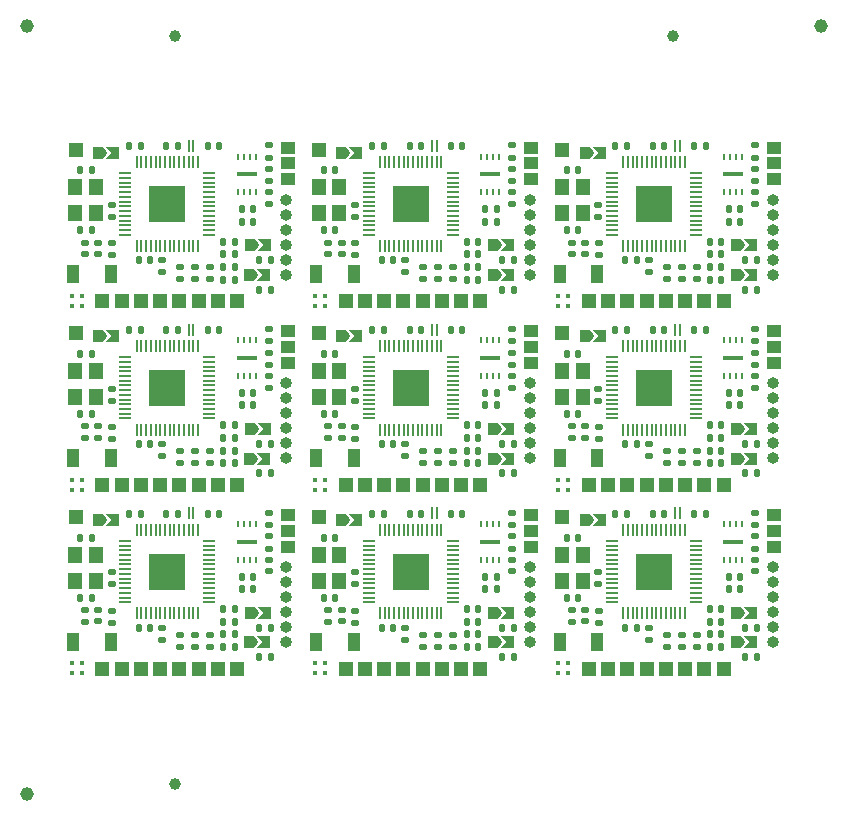
<source format=gts>
G04 #@! TF.GenerationSoftware,KiCad,Pcbnew,7.0.2-6a45011f42~172~ubuntu22.04.1*
G04 #@! TF.CreationDate,2023-07-04T14:06:36+08:00*
G04 #@! TF.ProjectId,panel_3_3,70616e65-6c5f-4335-9f33-2e6b69636164,rev?*
G04 #@! TF.SameCoordinates,Original*
G04 #@! TF.FileFunction,Soldermask,Top*
G04 #@! TF.FilePolarity,Negative*
%FSLAX46Y46*%
G04 Gerber Fmt 4.6, Leading zero omitted, Abs format (unit mm)*
G04 Created by KiCad (PCBNEW 7.0.2-6a45011f42~172~ubuntu22.04.1) date 2023-07-04 14:06:36*
%MOMM*%
%LPD*%
G01*
G04 APERTURE LIST*
G04 Aperture macros list*
%AMRoundRect*
0 Rectangle with rounded corners*
0 $1 Rounding radius*
0 $2 $3 $4 $5 $6 $7 $8 $9 X,Y pos of 4 corners*
0 Add a 4 corners polygon primitive as box body*
4,1,4,$2,$3,$4,$5,$6,$7,$8,$9,$2,$3,0*
0 Add four circle primitives for the rounded corners*
1,1,$1+$1,$2,$3*
1,1,$1+$1,$4,$5*
1,1,$1+$1,$6,$7*
1,1,$1+$1,$8,$9*
0 Add four rect primitives between the rounded corners*
20,1,$1+$1,$2,$3,$4,$5,0*
20,1,$1+$1,$4,$5,$6,$7,0*
20,1,$1+$1,$6,$7,$8,$9,0*
20,1,$1+$1,$8,$9,$2,$3,0*%
%AMFreePoly0*
4,1,6,1.000000,0.000000,0.500000,-0.550000,-0.250000,-0.550000,-0.250000,0.550000,0.500000,0.550000,1.000000,0.000000,1.000000,0.000000,$1*%
%AMFreePoly1*
4,1,6,0.500000,-0.550000,-0.650000,-0.550000,-0.150000,0.000000,-0.650000,0.550000,0.500000,0.550000,0.500000,-0.550000,0.500000,-0.550000,$1*%
G04 Aperture macros list end*
%ADD10R,1.200000X1.200000*%
%ADD11R,0.200000X1.100000*%
%ADD12R,1.100000X0.200000*%
%ADD13R,3.100000X3.100000*%
%ADD14RoundRect,0.135000X-0.185000X0.135000X-0.185000X-0.135000X0.185000X-0.135000X0.185000X0.135000X0*%
%ADD15R,1.000000X1.524000*%
%ADD16RoundRect,0.135000X0.135000X0.185000X-0.135000X0.185000X-0.135000X-0.185000X0.135000X-0.185000X0*%
%ADD17O,1.000000X1.000000*%
%ADD18R,1.200000X1.000000*%
%ADD19C,1.152000*%
%ADD20RoundRect,0.140000X-0.140000X-0.170000X0.140000X-0.170000X0.140000X0.170000X-0.140000X0.170000X0*%
%ADD21FreePoly0,0.000000*%
%ADD22FreePoly1,0.000000*%
%ADD23RoundRect,0.135000X0.185000X-0.135000X0.185000X0.135000X-0.185000X0.135000X-0.185000X-0.135000X0*%
%ADD24RoundRect,0.135000X-0.135000X-0.185000X0.135000X-0.185000X0.135000X0.185000X-0.135000X0.185000X0*%
%ADD25R,0.200000X1.000000*%
%ADD26R,1.200000X1.400000*%
%ADD27R,0.280000X0.600000*%
%ADD28R,1.700000X0.300000*%
%ADD29R,0.450000X0.450000*%
%ADD30RoundRect,0.140000X-0.170000X0.140000X-0.170000X-0.140000X0.170000X-0.140000X0.170000X0.140000X0*%
%ADD31C,1.000000*%
%ADD32RoundRect,0.140000X0.140000X0.170000X-0.140000X0.170000X-0.140000X-0.170000X0.140000X-0.170000X0*%
G04 APERTURE END LIST*
D10*
G04 #@! TO.C,J2*
X54970000Y-56930000D03*
G04 #@! TD*
D11*
G04 #@! TO.C,U1*
X37585000Y-29585000D03*
X37185000Y-29585000D03*
X36785000Y-29585000D03*
X36385000Y-29585000D03*
X35985000Y-29585000D03*
X35585000Y-29585000D03*
X35185000Y-29585000D03*
X34785000Y-29585000D03*
X34385000Y-29585000D03*
X33985000Y-29585000D03*
X33585000Y-29585000D03*
X33185000Y-29585000D03*
X32785000Y-29585000D03*
X32385000Y-29585000D03*
D12*
X31435000Y-30535000D03*
X31435000Y-30935000D03*
X31435000Y-31335000D03*
X31435000Y-31735000D03*
X31435000Y-32135000D03*
X31435000Y-32535000D03*
X31435000Y-32935000D03*
X31435000Y-33335000D03*
X31435000Y-33735000D03*
X31435000Y-34135000D03*
X31435000Y-34535000D03*
X31435000Y-34935000D03*
X31435000Y-35335000D03*
X31435000Y-35735000D03*
D11*
X32385000Y-36685000D03*
X32785000Y-36685000D03*
X33185000Y-36685000D03*
X33585000Y-36685000D03*
X33985000Y-36685000D03*
X34385000Y-36685000D03*
X34785000Y-36685000D03*
X35185000Y-36685000D03*
X35585000Y-36685000D03*
X35985000Y-36685000D03*
X36385000Y-36685000D03*
X36785000Y-36685000D03*
X37185000Y-36685000D03*
X37585000Y-36685000D03*
D12*
X38535000Y-35735000D03*
X38535000Y-35335000D03*
X38535000Y-34935000D03*
X38535000Y-34535000D03*
X38535000Y-34135000D03*
X38535000Y-33735000D03*
X38535000Y-33335000D03*
X38535000Y-32935000D03*
X38535000Y-32535000D03*
X38535000Y-32135000D03*
X38535000Y-31735000D03*
X38535000Y-31335000D03*
X38535000Y-30935000D03*
X38535000Y-30535000D03*
D13*
X34985000Y-33135000D03*
G04 #@! TD*
D14*
G04 #@! TO.C,R11*
X18010000Y-54050000D03*
X18010000Y-55070000D03*
G04 #@! TD*
D10*
G04 #@! TO.C,J4*
X17025000Y-56930000D03*
G04 #@! TD*
D15*
G04 #@! TO.C,SW1*
X26990000Y-39080000D03*
X30190000Y-39080000D03*
G04 #@! TD*
D16*
G04 #@! TO.C,R7*
X43740000Y-24820000D03*
X42720000Y-24820000D03*
G04 #@! TD*
D17*
G04 #@! TO.C,J8*
X24450000Y-48320000D03*
X24450000Y-49590000D03*
X24450000Y-50860000D03*
X24450000Y-52130000D03*
X24450000Y-53400000D03*
X24450000Y-54670000D03*
G04 #@! TD*
D10*
G04 #@! TO.C,J1*
X47810000Y-12980000D03*
G04 #@! TD*
D18*
G04 #@! TO.C,J13*
X45180000Y-29695000D03*
G04 #@! TD*
D19*
G04 #@! TO.C,REF\u002A\u002A*
X2500000Y-2500000D03*
G04 #@! TD*
D11*
G04 #@! TO.C,U1*
X16985000Y-14025000D03*
X16585000Y-14025000D03*
X16185000Y-14025000D03*
X15785000Y-14025000D03*
X15385000Y-14025000D03*
X14985000Y-14025000D03*
X14585000Y-14025000D03*
X14185000Y-14025000D03*
X13785000Y-14025000D03*
X13385000Y-14025000D03*
X12985000Y-14025000D03*
X12585000Y-14025000D03*
X12185000Y-14025000D03*
X11785000Y-14025000D03*
D12*
X10835000Y-14975000D03*
X10835000Y-15375000D03*
X10835000Y-15775000D03*
X10835000Y-16175000D03*
X10835000Y-16575000D03*
X10835000Y-16975000D03*
X10835000Y-17375000D03*
X10835000Y-17775000D03*
X10835000Y-18175000D03*
X10835000Y-18575000D03*
X10835000Y-18975000D03*
X10835000Y-19375000D03*
X10835000Y-19775000D03*
X10835000Y-20175000D03*
D11*
X11785000Y-21125000D03*
X12185000Y-21125000D03*
X12585000Y-21125000D03*
X12985000Y-21125000D03*
X13385000Y-21125000D03*
X13785000Y-21125000D03*
X14185000Y-21125000D03*
X14585000Y-21125000D03*
X14985000Y-21125000D03*
X15385000Y-21125000D03*
X15785000Y-21125000D03*
X16185000Y-21125000D03*
X16585000Y-21125000D03*
X16985000Y-21125000D03*
D12*
X17935000Y-20175000D03*
X17935000Y-19775000D03*
X17935000Y-19375000D03*
X17935000Y-18975000D03*
X17935000Y-18575000D03*
X17935000Y-18175000D03*
X17935000Y-17775000D03*
X17935000Y-17375000D03*
X17935000Y-16975000D03*
X17935000Y-16575000D03*
X17935000Y-16175000D03*
X17935000Y-15775000D03*
X17935000Y-15375000D03*
X17935000Y-14975000D03*
D13*
X14385000Y-17575000D03*
G04 #@! TD*
D20*
G04 #@! TO.C,C8*
X19130000Y-55100000D03*
X20090000Y-55100000D03*
G04 #@! TD*
G04 #@! TO.C,C12*
X34900000Y-12685000D03*
X35860000Y-12685000D03*
G04 #@! TD*
D18*
G04 #@! TO.C,J12*
X45180000Y-28370000D03*
G04 #@! TD*
D21*
G04 #@! TO.C,JP2*
X41770000Y-52190000D03*
D22*
X43220000Y-52190000D03*
G04 #@! TD*
D10*
G04 #@! TO.C,J4*
X58225000Y-56930000D03*
G04 #@! TD*
D23*
G04 #@! TO.C,R2*
X30310000Y-21930000D03*
X30310000Y-20910000D03*
G04 #@! TD*
D20*
G04 #@! TO.C,C9*
X39725000Y-38455000D03*
X40685000Y-38455000D03*
G04 #@! TD*
D24*
G04 #@! TO.C,R12*
X31720000Y-12700000D03*
X32740000Y-12700000D03*
G04 #@! TD*
D21*
G04 #@! TO.C,JP3*
X41750000Y-39130000D03*
D22*
X43200000Y-39130000D03*
G04 #@! TD*
D25*
G04 #@! TO.C,J14*
X16590000Y-12660000D03*
G04 #@! TD*
D14*
G04 #@! TO.C,R10*
X37330000Y-54050000D03*
X37330000Y-55070000D03*
G04 #@! TD*
D20*
G04 #@! TO.C,C12*
X14300000Y-12685000D03*
X15260000Y-12685000D03*
G04 #@! TD*
D18*
G04 #@! TO.C,J12*
X24580000Y-28370000D03*
G04 #@! TD*
D21*
G04 #@! TO.C,JP3*
X41750000Y-23570000D03*
D22*
X43200000Y-23570000D03*
G04 #@! TD*
D11*
G04 #@! TO.C,U1*
X58185000Y-29585000D03*
X57785000Y-29585000D03*
X57385000Y-29585000D03*
X56985000Y-29585000D03*
X56585000Y-29585000D03*
X56185000Y-29585000D03*
X55785000Y-29585000D03*
X55385000Y-29585000D03*
X54985000Y-29585000D03*
X54585000Y-29585000D03*
X54185000Y-29585000D03*
X53785000Y-29585000D03*
X53385000Y-29585000D03*
X52985000Y-29585000D03*
D12*
X52035000Y-30535000D03*
X52035000Y-30935000D03*
X52035000Y-31335000D03*
X52035000Y-31735000D03*
X52035000Y-32135000D03*
X52035000Y-32535000D03*
X52035000Y-32935000D03*
X52035000Y-33335000D03*
X52035000Y-33735000D03*
X52035000Y-34135000D03*
X52035000Y-34535000D03*
X52035000Y-34935000D03*
X52035000Y-35335000D03*
X52035000Y-35735000D03*
D11*
X52985000Y-36685000D03*
X53385000Y-36685000D03*
X53785000Y-36685000D03*
X54185000Y-36685000D03*
X54585000Y-36685000D03*
X54985000Y-36685000D03*
X55385000Y-36685000D03*
X55785000Y-36685000D03*
X56185000Y-36685000D03*
X56585000Y-36685000D03*
X56985000Y-36685000D03*
X57385000Y-36685000D03*
X57785000Y-36685000D03*
X58185000Y-36685000D03*
D12*
X59135000Y-35735000D03*
X59135000Y-35335000D03*
X59135000Y-34935000D03*
X59135000Y-34535000D03*
X59135000Y-34135000D03*
X59135000Y-33735000D03*
X59135000Y-33335000D03*
X59135000Y-32935000D03*
X59135000Y-32535000D03*
X59135000Y-32135000D03*
X59135000Y-31735000D03*
X59135000Y-31335000D03*
X59135000Y-30935000D03*
X59135000Y-30535000D03*
D13*
X55585000Y-33135000D03*
G04 #@! TD*
D16*
G04 #@! TO.C,R7*
X43740000Y-55940000D03*
X42720000Y-55940000D03*
G04 #@! TD*
D20*
G04 #@! TO.C,C5*
X19125000Y-20760000D03*
X20085000Y-20760000D03*
G04 #@! TD*
D26*
G04 #@! TO.C,X1*
X28952000Y-49473000D03*
X28952000Y-47273000D03*
X27202000Y-47273000D03*
X27202000Y-49473000D03*
G04 #@! TD*
D14*
G04 #@! TO.C,R3*
X13925000Y-53450000D03*
X13925000Y-54470000D03*
G04 #@! TD*
D10*
G04 #@! TO.C,J3*
X35997500Y-41370000D03*
G04 #@! TD*
D23*
G04 #@! TO.C,R2*
X50910000Y-53050000D03*
X50910000Y-52030000D03*
G04 #@! TD*
D10*
G04 #@! TO.C,J5*
X18652500Y-25810000D03*
G04 #@! TD*
G04 #@! TO.C,J3*
X56597500Y-56930000D03*
G04 #@! TD*
G04 #@! TO.C,J6*
X31120000Y-25810000D03*
G04 #@! TD*
D20*
G04 #@! TO.C,C10*
X61900000Y-50180000D03*
X62860000Y-50180000D03*
G04 #@! TD*
D27*
G04 #@! TO.C,U2*
X21855000Y-13555500D03*
X21355000Y-13555500D03*
X20855000Y-13555500D03*
X20355000Y-13555500D03*
X20355000Y-16569500D03*
X20855000Y-16569500D03*
X21355000Y-16569500D03*
X21855000Y-16569500D03*
D28*
X21105000Y-15062500D03*
G04 #@! TD*
D29*
G04 #@! TO.C,U5*
X26870000Y-56465000D03*
X27720000Y-56465000D03*
X26870000Y-57315000D03*
X27720000Y-57315000D03*
G04 #@! TD*
G04 #@! TO.C,U5*
X6270000Y-56465000D03*
X7120000Y-56465000D03*
X6270000Y-57315000D03*
X7120000Y-57315000D03*
G04 #@! TD*
D21*
G04 #@! TO.C,JP1*
X28935000Y-44350000D03*
D22*
X30385000Y-44350000D03*
G04 #@! TD*
D30*
G04 #@! TO.C,C14*
X43580000Y-47720000D03*
X43580000Y-48680000D03*
G04 #@! TD*
G04 #@! TO.C,C14*
X64180000Y-32160000D03*
X64180000Y-33120000D03*
G04 #@! TD*
D20*
G04 #@! TO.C,C11*
X38400000Y-12680000D03*
X39360000Y-12680000D03*
G04 #@! TD*
D31*
G04 #@! TO.C,REF\u002A\u002A*
X57200000Y-3350000D03*
G04 #@! TD*
D16*
G04 #@! TO.C,R7*
X64340000Y-24820000D03*
X63320000Y-24820000D03*
G04 #@! TD*
D14*
G04 #@! TO.C,R5*
X43580000Y-43740000D03*
X43580000Y-44760000D03*
G04 #@! TD*
D10*
G04 #@! TO.C,J9*
X32742500Y-56930000D03*
G04 #@! TD*
D26*
G04 #@! TO.C,X1*
X8352000Y-49473000D03*
X8352000Y-47273000D03*
X6602000Y-47273000D03*
X6602000Y-49473000D03*
G04 #@! TD*
D14*
G04 #@! TO.C,R10*
X57930000Y-22930000D03*
X57930000Y-23950000D03*
G04 #@! TD*
D11*
G04 #@! TO.C,U1*
X37585000Y-45145000D03*
X37185000Y-45145000D03*
X36785000Y-45145000D03*
X36385000Y-45145000D03*
X35985000Y-45145000D03*
X35585000Y-45145000D03*
X35185000Y-45145000D03*
X34785000Y-45145000D03*
X34385000Y-45145000D03*
X33985000Y-45145000D03*
X33585000Y-45145000D03*
X33185000Y-45145000D03*
X32785000Y-45145000D03*
X32385000Y-45145000D03*
D12*
X31435000Y-46095000D03*
X31435000Y-46495000D03*
X31435000Y-46895000D03*
X31435000Y-47295000D03*
X31435000Y-47695000D03*
X31435000Y-48095000D03*
X31435000Y-48495000D03*
X31435000Y-48895000D03*
X31435000Y-49295000D03*
X31435000Y-49695000D03*
X31435000Y-50095000D03*
X31435000Y-50495000D03*
X31435000Y-50895000D03*
X31435000Y-51295000D03*
D11*
X32385000Y-52245000D03*
X32785000Y-52245000D03*
X33185000Y-52245000D03*
X33585000Y-52245000D03*
X33985000Y-52245000D03*
X34385000Y-52245000D03*
X34785000Y-52245000D03*
X35185000Y-52245000D03*
X35585000Y-52245000D03*
X35985000Y-52245000D03*
X36385000Y-52245000D03*
X36785000Y-52245000D03*
X37185000Y-52245000D03*
X37585000Y-52245000D03*
D12*
X38535000Y-51295000D03*
X38535000Y-50895000D03*
X38535000Y-50495000D03*
X38535000Y-50095000D03*
X38535000Y-49695000D03*
X38535000Y-49295000D03*
X38535000Y-48895000D03*
X38535000Y-48495000D03*
X38535000Y-48095000D03*
X38535000Y-47695000D03*
X38535000Y-47295000D03*
X38535000Y-46895000D03*
X38535000Y-46495000D03*
X38535000Y-46095000D03*
D13*
X34985000Y-48695000D03*
G04 #@! TD*
D10*
G04 #@! TO.C,J2*
X34370000Y-56930000D03*
G04 #@! TD*
D14*
G04 #@! TO.C,R11*
X38610000Y-22930000D03*
X38610000Y-23950000D03*
G04 #@! TD*
D21*
G04 #@! TO.C,JP3*
X62350000Y-54690000D03*
D22*
X63800000Y-54690000D03*
G04 #@! TD*
D30*
G04 #@! TO.C,C14*
X22980000Y-16600000D03*
X22980000Y-17560000D03*
G04 #@! TD*
D20*
G04 #@! TO.C,C5*
X19125000Y-36320000D03*
X20085000Y-36320000D03*
G04 #@! TD*
G04 #@! TO.C,C5*
X39725000Y-51880000D03*
X40685000Y-51880000D03*
G04 #@! TD*
D14*
G04 #@! TO.C,R3*
X34525000Y-37890000D03*
X34525000Y-38910000D03*
G04 #@! TD*
D23*
G04 #@! TO.C,R6*
X64180000Y-46745000D03*
X64180000Y-45725000D03*
G04 #@! TD*
D20*
G04 #@! TO.C,C12*
X34900000Y-43805000D03*
X35860000Y-43805000D03*
G04 #@! TD*
D10*
G04 #@! TO.C,J9*
X53342500Y-25810000D03*
G04 #@! TD*
D30*
G04 #@! TO.C,C13*
X28020000Y-51965000D03*
X28020000Y-52925000D03*
G04 #@! TD*
D14*
G04 #@! TO.C,R10*
X37330000Y-22930000D03*
X37330000Y-23950000D03*
G04 #@! TD*
D32*
G04 #@! TO.C,C6*
X20085000Y-37387500D03*
X19125000Y-37387500D03*
G04 #@! TD*
D23*
G04 #@! TO.C,R6*
X22980000Y-46745000D03*
X22980000Y-45725000D03*
G04 #@! TD*
D10*
G04 #@! TO.C,J6*
X31120000Y-41370000D03*
G04 #@! TD*
D20*
G04 #@! TO.C,C9*
X19125000Y-22895000D03*
X20085000Y-22895000D03*
G04 #@! TD*
D29*
G04 #@! TO.C,U5*
X26870000Y-25345000D03*
X27720000Y-25345000D03*
X26870000Y-26195000D03*
X27720000Y-26195000D03*
G04 #@! TD*
D10*
G04 #@! TO.C,J9*
X53342500Y-41370000D03*
G04 #@! TD*
D18*
G04 #@! TO.C,J12*
X24580000Y-12810000D03*
G04 #@! TD*
D10*
G04 #@! TO.C,J3*
X35997500Y-56930000D03*
G04 #@! TD*
D20*
G04 #@! TO.C,C8*
X39730000Y-23980000D03*
X40690000Y-23980000D03*
G04 #@! TD*
D10*
G04 #@! TO.C,J3*
X15397500Y-56930000D03*
G04 #@! TD*
D18*
G04 #@! TO.C,J11*
X24580000Y-46580000D03*
G04 #@! TD*
D15*
G04 #@! TO.C,SW1*
X47590000Y-39080000D03*
X50790000Y-39080000D03*
G04 #@! TD*
D18*
G04 #@! TO.C,J12*
X65780000Y-28370000D03*
G04 #@! TD*
D23*
G04 #@! TO.C,R2*
X9710000Y-37490000D03*
X9710000Y-36470000D03*
G04 #@! TD*
D10*
G04 #@! TO.C,J5*
X39252500Y-56930000D03*
G04 #@! TD*
D20*
G04 #@! TO.C,C10*
X20700000Y-34620000D03*
X21660000Y-34620000D03*
G04 #@! TD*
G04 #@! TO.C,C2*
X61900000Y-18000000D03*
X62860000Y-18000000D03*
G04 #@! TD*
D24*
G04 #@! TO.C,R12*
X31720000Y-43820000D03*
X32740000Y-43820000D03*
G04 #@! TD*
D20*
G04 #@! TO.C,C5*
X60325000Y-20760000D03*
X61285000Y-20760000D03*
G04 #@! TD*
D25*
G04 #@! TO.C,J14*
X57790000Y-12660000D03*
G04 #@! TD*
D10*
G04 #@! TO.C,J10*
X20280000Y-56930000D03*
G04 #@! TD*
D25*
G04 #@! TO.C,J15*
X57385000Y-28220000D03*
G04 #@! TD*
D10*
G04 #@! TO.C,J1*
X27210000Y-28540000D03*
G04 #@! TD*
G04 #@! TO.C,J5*
X18652500Y-41370000D03*
G04 #@! TD*
D23*
G04 #@! TO.C,R2*
X9710000Y-53050000D03*
X9710000Y-52030000D03*
G04 #@! TD*
D21*
G04 #@! TO.C,JP3*
X21150000Y-54690000D03*
D22*
X22600000Y-54690000D03*
G04 #@! TD*
D20*
G04 #@! TO.C,C1*
X27610000Y-35350000D03*
X28570000Y-35350000D03*
G04 #@! TD*
D18*
G04 #@! TO.C,J13*
X45180000Y-45255000D03*
G04 #@! TD*
D30*
G04 #@! TO.C,C4*
X49750000Y-36400000D03*
X49750000Y-37360000D03*
G04 #@! TD*
D21*
G04 #@! TO.C,JP2*
X62370000Y-36630000D03*
D22*
X63820000Y-36630000D03*
G04 #@! TD*
D15*
G04 #@! TO.C,SW1*
X6390000Y-54640000D03*
X9590000Y-54640000D03*
G04 #@! TD*
D14*
G04 #@! TO.C,R3*
X13925000Y-22330000D03*
X13925000Y-23350000D03*
G04 #@! TD*
D11*
G04 #@! TO.C,U1*
X37585000Y-14025000D03*
X37185000Y-14025000D03*
X36785000Y-14025000D03*
X36385000Y-14025000D03*
X35985000Y-14025000D03*
X35585000Y-14025000D03*
X35185000Y-14025000D03*
X34785000Y-14025000D03*
X34385000Y-14025000D03*
X33985000Y-14025000D03*
X33585000Y-14025000D03*
X33185000Y-14025000D03*
X32785000Y-14025000D03*
X32385000Y-14025000D03*
D12*
X31435000Y-14975000D03*
X31435000Y-15375000D03*
X31435000Y-15775000D03*
X31435000Y-16175000D03*
X31435000Y-16575000D03*
X31435000Y-16975000D03*
X31435000Y-17375000D03*
X31435000Y-17775000D03*
X31435000Y-18175000D03*
X31435000Y-18575000D03*
X31435000Y-18975000D03*
X31435000Y-19375000D03*
X31435000Y-19775000D03*
X31435000Y-20175000D03*
D11*
X32385000Y-21125000D03*
X32785000Y-21125000D03*
X33185000Y-21125000D03*
X33585000Y-21125000D03*
X33985000Y-21125000D03*
X34385000Y-21125000D03*
X34785000Y-21125000D03*
X35185000Y-21125000D03*
X35585000Y-21125000D03*
X35985000Y-21125000D03*
X36385000Y-21125000D03*
X36785000Y-21125000D03*
X37185000Y-21125000D03*
X37585000Y-21125000D03*
D12*
X38535000Y-20175000D03*
X38535000Y-19775000D03*
X38535000Y-19375000D03*
X38535000Y-18975000D03*
X38535000Y-18575000D03*
X38535000Y-18175000D03*
X38535000Y-17775000D03*
X38535000Y-17375000D03*
X38535000Y-16975000D03*
X38535000Y-16575000D03*
X38535000Y-16175000D03*
X38535000Y-15775000D03*
X38535000Y-15375000D03*
X38535000Y-14975000D03*
D13*
X34985000Y-17575000D03*
G04 #@! TD*
D23*
G04 #@! TO.C,R6*
X22980000Y-15625000D03*
X22980000Y-14605000D03*
G04 #@! TD*
D18*
G04 #@! TO.C,J11*
X45180000Y-15460000D03*
G04 #@! TD*
D11*
G04 #@! TO.C,U1*
X58185000Y-45145000D03*
X57785000Y-45145000D03*
X57385000Y-45145000D03*
X56985000Y-45145000D03*
X56585000Y-45145000D03*
X56185000Y-45145000D03*
X55785000Y-45145000D03*
X55385000Y-45145000D03*
X54985000Y-45145000D03*
X54585000Y-45145000D03*
X54185000Y-45145000D03*
X53785000Y-45145000D03*
X53385000Y-45145000D03*
X52985000Y-45145000D03*
D12*
X52035000Y-46095000D03*
X52035000Y-46495000D03*
X52035000Y-46895000D03*
X52035000Y-47295000D03*
X52035000Y-47695000D03*
X52035000Y-48095000D03*
X52035000Y-48495000D03*
X52035000Y-48895000D03*
X52035000Y-49295000D03*
X52035000Y-49695000D03*
X52035000Y-50095000D03*
X52035000Y-50495000D03*
X52035000Y-50895000D03*
X52035000Y-51295000D03*
D11*
X52985000Y-52245000D03*
X53385000Y-52245000D03*
X53785000Y-52245000D03*
X54185000Y-52245000D03*
X54585000Y-52245000D03*
X54985000Y-52245000D03*
X55385000Y-52245000D03*
X55785000Y-52245000D03*
X56185000Y-52245000D03*
X56585000Y-52245000D03*
X56985000Y-52245000D03*
X57385000Y-52245000D03*
X57785000Y-52245000D03*
X58185000Y-52245000D03*
D12*
X59135000Y-51295000D03*
X59135000Y-50895000D03*
X59135000Y-50495000D03*
X59135000Y-50095000D03*
X59135000Y-49695000D03*
X59135000Y-49295000D03*
X59135000Y-48895000D03*
X59135000Y-48495000D03*
X59135000Y-48095000D03*
X59135000Y-47695000D03*
X59135000Y-47295000D03*
X59135000Y-46895000D03*
X59135000Y-46495000D03*
X59135000Y-46095000D03*
D13*
X55585000Y-48695000D03*
G04 #@! TD*
D27*
G04 #@! TO.C,U2*
X63055000Y-44675500D03*
X62555000Y-44675500D03*
X62055000Y-44675500D03*
X61555000Y-44675500D03*
X61555000Y-47689500D03*
X62055000Y-47689500D03*
X62555000Y-47689500D03*
X63055000Y-47689500D03*
D28*
X62305000Y-46182500D03*
G04 #@! TD*
D26*
G04 #@! TO.C,X1*
X49552000Y-33913000D03*
X49552000Y-31713000D03*
X47802000Y-31713000D03*
X47802000Y-33913000D03*
G04 #@! TD*
D10*
G04 #@! TO.C,J6*
X10520000Y-41370000D03*
G04 #@! TD*
G04 #@! TO.C,J7*
X29487500Y-56930000D03*
G04 #@! TD*
D25*
G04 #@! TO.C,J15*
X16185000Y-28220000D03*
G04 #@! TD*
D14*
G04 #@! TO.C,R3*
X34525000Y-22330000D03*
X34525000Y-23350000D03*
G04 #@! TD*
D20*
G04 #@! TO.C,C12*
X14300000Y-43805000D03*
X15260000Y-43805000D03*
G04 #@! TD*
D26*
G04 #@! TO.C,X1*
X28952000Y-33913000D03*
X28952000Y-31713000D03*
X27202000Y-31713000D03*
X27202000Y-33913000D03*
G04 #@! TD*
D10*
G04 #@! TO.C,J3*
X15397500Y-25810000D03*
G04 #@! TD*
D32*
G04 #@! TO.C,C7*
X54110000Y-53450000D03*
X53150000Y-53450000D03*
G04 #@! TD*
D29*
G04 #@! TO.C,U5*
X47470000Y-25345000D03*
X48320000Y-25345000D03*
X47470000Y-26195000D03*
X48320000Y-26195000D03*
G04 #@! TD*
D20*
G04 #@! TO.C,C12*
X55500000Y-43805000D03*
X56460000Y-43805000D03*
G04 #@! TD*
G04 #@! TO.C,C1*
X7010000Y-50910000D03*
X7970000Y-50910000D03*
G04 #@! TD*
D10*
G04 #@! TO.C,J5*
X59852500Y-25810000D03*
G04 #@! TD*
D20*
G04 #@! TO.C,C2*
X61900000Y-33560000D03*
X62860000Y-33560000D03*
G04 #@! TD*
D25*
G04 #@! TO.C,J14*
X37190000Y-12660000D03*
G04 #@! TD*
D10*
G04 #@! TO.C,J4*
X17025000Y-25810000D03*
G04 #@! TD*
D18*
G04 #@! TO.C,J12*
X45180000Y-12810000D03*
G04 #@! TD*
D30*
G04 #@! TO.C,C14*
X64180000Y-16600000D03*
X64180000Y-17560000D03*
G04 #@! TD*
D18*
G04 #@! TO.C,J11*
X45180000Y-46580000D03*
G04 #@! TD*
D14*
G04 #@! TO.C,R9*
X15450000Y-22930000D03*
X15450000Y-23950000D03*
G04 #@! TD*
G04 #@! TO.C,R11*
X18010000Y-22930000D03*
X18010000Y-23950000D03*
G04 #@! TD*
G04 #@! TO.C,R5*
X22980000Y-43740000D03*
X22980000Y-44760000D03*
G04 #@! TD*
D27*
G04 #@! TO.C,U2*
X63055000Y-29115500D03*
X62555000Y-29115500D03*
X62055000Y-29115500D03*
X61555000Y-29115500D03*
X61555000Y-32129500D03*
X62055000Y-32129500D03*
X62555000Y-32129500D03*
X63055000Y-32129500D03*
D28*
X62305000Y-30622500D03*
G04 #@! TD*
D23*
G04 #@! TO.C,R6*
X43580000Y-31185000D03*
X43580000Y-30165000D03*
G04 #@! TD*
D26*
G04 #@! TO.C,X1*
X49552000Y-49473000D03*
X49552000Y-47273000D03*
X47802000Y-47273000D03*
X47802000Y-49473000D03*
G04 #@! TD*
D10*
G04 #@! TO.C,J5*
X59852500Y-41370000D03*
G04 #@! TD*
D20*
G04 #@! TO.C,C8*
X60330000Y-55100000D03*
X61290000Y-55100000D03*
G04 #@! TD*
G04 #@! TO.C,C5*
X39725000Y-20760000D03*
X40685000Y-20760000D03*
G04 #@! TD*
D10*
G04 #@! TO.C,J7*
X29487500Y-41370000D03*
G04 #@! TD*
D20*
G04 #@! TO.C,C8*
X60330000Y-23980000D03*
X61290000Y-23980000D03*
G04 #@! TD*
D10*
G04 #@! TO.C,J3*
X56597500Y-41370000D03*
G04 #@! TD*
D23*
G04 #@! TO.C,R1*
X50880000Y-18670000D03*
X50880000Y-17650000D03*
G04 #@! TD*
D20*
G04 #@! TO.C,C8*
X19130000Y-23980000D03*
X20090000Y-23980000D03*
G04 #@! TD*
D16*
G04 #@! TO.C,R7*
X64340000Y-55940000D03*
X63320000Y-55940000D03*
G04 #@! TD*
D20*
G04 #@! TO.C,C3*
X7030000Y-30280000D03*
X7990000Y-30280000D03*
G04 #@! TD*
D18*
G04 #@! TO.C,J12*
X65780000Y-12810000D03*
G04 #@! TD*
D20*
G04 #@! TO.C,C9*
X19125000Y-54015000D03*
X20085000Y-54015000D03*
G04 #@! TD*
D14*
G04 #@! TO.C,R10*
X16730000Y-54050000D03*
X16730000Y-55070000D03*
G04 #@! TD*
D10*
G04 #@! TO.C,J7*
X8887500Y-41370000D03*
G04 #@! TD*
D14*
G04 #@! TO.C,R11*
X38610000Y-38490000D03*
X38610000Y-39510000D03*
G04 #@! TD*
D21*
G04 #@! TO.C,JP2*
X41770000Y-21070000D03*
D22*
X43220000Y-21070000D03*
G04 #@! TD*
D30*
G04 #@! TO.C,C13*
X28020000Y-20845000D03*
X28020000Y-21805000D03*
G04 #@! TD*
D16*
G04 #@! TO.C,R7*
X23140000Y-40380000D03*
X22120000Y-40380000D03*
G04 #@! TD*
D21*
G04 #@! TO.C,JP2*
X62370000Y-21070000D03*
D22*
X63820000Y-21070000D03*
G04 #@! TD*
D20*
G04 #@! TO.C,C1*
X48210000Y-50910000D03*
X49170000Y-50910000D03*
G04 #@! TD*
G04 #@! TO.C,C2*
X61900000Y-49120000D03*
X62860000Y-49120000D03*
G04 #@! TD*
D15*
G04 #@! TO.C,SW1*
X6390000Y-39080000D03*
X9590000Y-39080000D03*
G04 #@! TD*
D10*
G04 #@! TO.C,J3*
X15397500Y-41370000D03*
G04 #@! TD*
D32*
G04 #@! TO.C,C6*
X61285000Y-52947500D03*
X60325000Y-52947500D03*
G04 #@! TD*
G04 #@! TO.C,C7*
X12910000Y-37890000D03*
X11950000Y-37890000D03*
G04 #@! TD*
D14*
G04 #@! TO.C,R11*
X59210000Y-38490000D03*
X59210000Y-39510000D03*
G04 #@! TD*
D21*
G04 #@! TO.C,JP1*
X8335000Y-13230000D03*
D22*
X9785000Y-13230000D03*
G04 #@! TD*
D32*
G04 #@! TO.C,C7*
X33510000Y-22330000D03*
X32550000Y-22330000D03*
G04 #@! TD*
D19*
G04 #@! TO.C,REF\u002A\u002A*
X69700000Y-2500000D03*
G04 #@! TD*
D27*
G04 #@! TO.C,U2*
X63055000Y-13555500D03*
X62555000Y-13555500D03*
X62055000Y-13555500D03*
X61555000Y-13555500D03*
X61555000Y-16569500D03*
X62055000Y-16569500D03*
X62555000Y-16569500D03*
X63055000Y-16569500D03*
D28*
X62305000Y-15062500D03*
G04 #@! TD*
D21*
G04 #@! TO.C,JP2*
X41770000Y-36630000D03*
D22*
X43220000Y-36630000D03*
G04 #@! TD*
D20*
G04 #@! TO.C,C1*
X48210000Y-19790000D03*
X49170000Y-19790000D03*
G04 #@! TD*
G04 #@! TO.C,C12*
X34900000Y-28245000D03*
X35860000Y-28245000D03*
G04 #@! TD*
D17*
G04 #@! TO.C,J8*
X65650000Y-17200000D03*
X65650000Y-18470000D03*
X65650000Y-19740000D03*
X65650000Y-21010000D03*
X65650000Y-22280000D03*
X65650000Y-23550000D03*
G04 #@! TD*
D16*
G04 #@! TO.C,R4*
X23140000Y-37880000D03*
X22120000Y-37880000D03*
G04 #@! TD*
D10*
G04 #@! TO.C,J10*
X20280000Y-25810000D03*
G04 #@! TD*
G04 #@! TO.C,J5*
X39252500Y-25810000D03*
G04 #@! TD*
D18*
G04 #@! TO.C,J11*
X24580000Y-15460000D03*
G04 #@! TD*
D10*
G04 #@! TO.C,J4*
X58225000Y-25810000D03*
G04 #@! TD*
G04 #@! TO.C,J4*
X17025000Y-41370000D03*
G04 #@! TD*
D14*
G04 #@! TO.C,R5*
X43580000Y-12620000D03*
X43580000Y-13640000D03*
G04 #@! TD*
D20*
G04 #@! TO.C,C9*
X60325000Y-54015000D03*
X61285000Y-54015000D03*
G04 #@! TD*
D10*
G04 #@! TO.C,J4*
X37625000Y-56930000D03*
G04 #@! TD*
D17*
G04 #@! TO.C,J8*
X65650000Y-32760000D03*
X65650000Y-34030000D03*
X65650000Y-35300000D03*
X65650000Y-36570000D03*
X65650000Y-37840000D03*
X65650000Y-39110000D03*
G04 #@! TD*
D30*
G04 #@! TO.C,C14*
X64180000Y-47720000D03*
X64180000Y-48680000D03*
G04 #@! TD*
D15*
G04 #@! TO.C,SW1*
X26990000Y-23520000D03*
X30190000Y-23520000D03*
G04 #@! TD*
D20*
G04 #@! TO.C,C3*
X7030000Y-14720000D03*
X7990000Y-14720000D03*
G04 #@! TD*
D30*
G04 #@! TO.C,C13*
X48620000Y-20845000D03*
X48620000Y-21805000D03*
G04 #@! TD*
D20*
G04 #@! TO.C,C10*
X41300000Y-19060000D03*
X42260000Y-19060000D03*
G04 #@! TD*
G04 #@! TO.C,C2*
X20700000Y-18000000D03*
X21660000Y-18000000D03*
G04 #@! TD*
G04 #@! TO.C,C1*
X7010000Y-19790000D03*
X7970000Y-19790000D03*
G04 #@! TD*
G04 #@! TO.C,C8*
X39730000Y-39540000D03*
X40690000Y-39540000D03*
G04 #@! TD*
D17*
G04 #@! TO.C,J8*
X24450000Y-17200000D03*
X24450000Y-18470000D03*
X24450000Y-19740000D03*
X24450000Y-21010000D03*
X24450000Y-22280000D03*
X24450000Y-23550000D03*
G04 #@! TD*
D14*
G04 #@! TO.C,R11*
X59210000Y-22930000D03*
X59210000Y-23950000D03*
G04 #@! TD*
D10*
G04 #@! TO.C,J2*
X13770000Y-25810000D03*
G04 #@! TD*
D16*
G04 #@! TO.C,R7*
X43740000Y-40380000D03*
X42720000Y-40380000D03*
G04 #@! TD*
D18*
G04 #@! TO.C,J11*
X65780000Y-46580000D03*
G04 #@! TD*
D25*
G04 #@! TO.C,J15*
X16185000Y-12660000D03*
G04 #@! TD*
D20*
G04 #@! TO.C,C12*
X55500000Y-12685000D03*
X56460000Y-12685000D03*
G04 #@! TD*
D17*
G04 #@! TO.C,J8*
X65650000Y-48320000D03*
X65650000Y-49590000D03*
X65650000Y-50860000D03*
X65650000Y-52130000D03*
X65650000Y-53400000D03*
X65650000Y-54670000D03*
G04 #@! TD*
D31*
G04 #@! TO.C,REF\u002A\u002A*
X15000000Y-3350000D03*
G04 #@! TD*
D30*
G04 #@! TO.C,C13*
X7420000Y-36405000D03*
X7420000Y-37365000D03*
G04 #@! TD*
G04 #@! TO.C,C4*
X8550000Y-20840000D03*
X8550000Y-21800000D03*
G04 #@! TD*
D15*
G04 #@! TO.C,SW1*
X47590000Y-54640000D03*
X50790000Y-54640000D03*
G04 #@! TD*
D14*
G04 #@! TO.C,R5*
X22980000Y-28180000D03*
X22980000Y-29200000D03*
G04 #@! TD*
D23*
G04 #@! TO.C,R2*
X50910000Y-21930000D03*
X50910000Y-20910000D03*
G04 #@! TD*
D10*
G04 #@! TO.C,J4*
X37625000Y-41370000D03*
G04 #@! TD*
D21*
G04 #@! TO.C,JP2*
X21170000Y-21070000D03*
D22*
X22620000Y-21070000D03*
G04 #@! TD*
D21*
G04 #@! TO.C,JP1*
X8335000Y-44350000D03*
D22*
X9785000Y-44350000D03*
G04 #@! TD*
D25*
G04 #@! TO.C,J14*
X37190000Y-43780000D03*
G04 #@! TD*
D21*
G04 #@! TO.C,JP3*
X21150000Y-39130000D03*
D22*
X22600000Y-39130000D03*
G04 #@! TD*
D10*
G04 #@! TO.C,J10*
X40880000Y-25810000D03*
G04 #@! TD*
D20*
G04 #@! TO.C,C10*
X20700000Y-19060000D03*
X21660000Y-19060000D03*
G04 #@! TD*
D14*
G04 #@! TO.C,R9*
X36050000Y-38490000D03*
X36050000Y-39510000D03*
G04 #@! TD*
D25*
G04 #@! TO.C,J15*
X16185000Y-43780000D03*
G04 #@! TD*
D14*
G04 #@! TO.C,R3*
X55125000Y-37890000D03*
X55125000Y-38910000D03*
G04 #@! TD*
G04 #@! TO.C,R9*
X56650000Y-22930000D03*
X56650000Y-23950000D03*
G04 #@! TD*
D23*
G04 #@! TO.C,R2*
X30310000Y-53050000D03*
X30310000Y-52030000D03*
G04 #@! TD*
D24*
G04 #@! TO.C,R12*
X52320000Y-12700000D03*
X53340000Y-12700000D03*
G04 #@! TD*
D30*
G04 #@! TO.C,C14*
X43580000Y-32160000D03*
X43580000Y-33120000D03*
G04 #@! TD*
D15*
G04 #@! TO.C,SW1*
X47590000Y-23520000D03*
X50790000Y-23520000D03*
G04 #@! TD*
D20*
G04 #@! TO.C,C11*
X17800000Y-28240000D03*
X18760000Y-28240000D03*
G04 #@! TD*
G04 #@! TO.C,C10*
X41300000Y-50180000D03*
X42260000Y-50180000D03*
G04 #@! TD*
D30*
G04 #@! TO.C,C14*
X22980000Y-32160000D03*
X22980000Y-33120000D03*
G04 #@! TD*
D14*
G04 #@! TO.C,R5*
X64180000Y-43740000D03*
X64180000Y-44760000D03*
G04 #@! TD*
D20*
G04 #@! TO.C,C1*
X27610000Y-50910000D03*
X28570000Y-50910000D03*
G04 #@! TD*
D23*
G04 #@! TO.C,R1*
X9680000Y-34230000D03*
X9680000Y-33210000D03*
G04 #@! TD*
D21*
G04 #@! TO.C,JP2*
X62370000Y-52190000D03*
D22*
X63820000Y-52190000D03*
G04 #@! TD*
D20*
G04 #@! TO.C,C3*
X27630000Y-30280000D03*
X28590000Y-30280000D03*
G04 #@! TD*
D23*
G04 #@! TO.C,R1*
X50880000Y-49790000D03*
X50880000Y-48770000D03*
G04 #@! TD*
G04 #@! TO.C,R1*
X50880000Y-34230000D03*
X50880000Y-33210000D03*
G04 #@! TD*
D11*
G04 #@! TO.C,U1*
X58185000Y-14025000D03*
X57785000Y-14025000D03*
X57385000Y-14025000D03*
X56985000Y-14025000D03*
X56585000Y-14025000D03*
X56185000Y-14025000D03*
X55785000Y-14025000D03*
X55385000Y-14025000D03*
X54985000Y-14025000D03*
X54585000Y-14025000D03*
X54185000Y-14025000D03*
X53785000Y-14025000D03*
X53385000Y-14025000D03*
X52985000Y-14025000D03*
D12*
X52035000Y-14975000D03*
X52035000Y-15375000D03*
X52035000Y-15775000D03*
X52035000Y-16175000D03*
X52035000Y-16575000D03*
X52035000Y-16975000D03*
X52035000Y-17375000D03*
X52035000Y-17775000D03*
X52035000Y-18175000D03*
X52035000Y-18575000D03*
X52035000Y-18975000D03*
X52035000Y-19375000D03*
X52035000Y-19775000D03*
X52035000Y-20175000D03*
D11*
X52985000Y-21125000D03*
X53385000Y-21125000D03*
X53785000Y-21125000D03*
X54185000Y-21125000D03*
X54585000Y-21125000D03*
X54985000Y-21125000D03*
X55385000Y-21125000D03*
X55785000Y-21125000D03*
X56185000Y-21125000D03*
X56585000Y-21125000D03*
X56985000Y-21125000D03*
X57385000Y-21125000D03*
X57785000Y-21125000D03*
X58185000Y-21125000D03*
D12*
X59135000Y-20175000D03*
X59135000Y-19775000D03*
X59135000Y-19375000D03*
X59135000Y-18975000D03*
X59135000Y-18575000D03*
X59135000Y-18175000D03*
X59135000Y-17775000D03*
X59135000Y-17375000D03*
X59135000Y-16975000D03*
X59135000Y-16575000D03*
X59135000Y-16175000D03*
X59135000Y-15775000D03*
X59135000Y-15375000D03*
X59135000Y-14975000D03*
D13*
X55585000Y-17575000D03*
G04 #@! TD*
D20*
G04 #@! TO.C,C10*
X20700000Y-50180000D03*
X21660000Y-50180000D03*
G04 #@! TD*
D16*
G04 #@! TO.C,R4*
X23140000Y-22320000D03*
X22120000Y-22320000D03*
G04 #@! TD*
D21*
G04 #@! TO.C,JP1*
X49535000Y-44350000D03*
D22*
X50985000Y-44350000D03*
G04 #@! TD*
D14*
G04 #@! TO.C,R11*
X18010000Y-38490000D03*
X18010000Y-39510000D03*
G04 #@! TD*
D32*
G04 #@! TO.C,C7*
X12910000Y-53450000D03*
X11950000Y-53450000D03*
G04 #@! TD*
D20*
G04 #@! TO.C,C3*
X7030000Y-45840000D03*
X7990000Y-45840000D03*
G04 #@! TD*
D23*
G04 #@! TO.C,R1*
X30280000Y-18670000D03*
X30280000Y-17650000D03*
G04 #@! TD*
D21*
G04 #@! TO.C,JP2*
X21170000Y-36630000D03*
D22*
X22620000Y-36630000D03*
G04 #@! TD*
D29*
G04 #@! TO.C,U5*
X6270000Y-40905000D03*
X7120000Y-40905000D03*
X6270000Y-41755000D03*
X7120000Y-41755000D03*
G04 #@! TD*
D21*
G04 #@! TO.C,JP1*
X49535000Y-13230000D03*
D22*
X50985000Y-13230000D03*
G04 #@! TD*
D10*
G04 #@! TO.C,J5*
X59852500Y-56930000D03*
G04 #@! TD*
G04 #@! TO.C,J1*
X27210000Y-44100000D03*
G04 #@! TD*
D23*
G04 #@! TO.C,R1*
X9680000Y-18670000D03*
X9680000Y-17650000D03*
G04 #@! TD*
D20*
G04 #@! TO.C,C1*
X7010000Y-35350000D03*
X7970000Y-35350000D03*
G04 #@! TD*
D10*
G04 #@! TO.C,J3*
X56597500Y-25810000D03*
G04 #@! TD*
D23*
G04 #@! TO.C,R1*
X30280000Y-49790000D03*
X30280000Y-48770000D03*
G04 #@! TD*
D18*
G04 #@! TO.C,J12*
X65780000Y-43930000D03*
G04 #@! TD*
D20*
G04 #@! TO.C,C3*
X48230000Y-14720000D03*
X49190000Y-14720000D03*
G04 #@! TD*
D18*
G04 #@! TO.C,J12*
X24580000Y-43930000D03*
G04 #@! TD*
D30*
G04 #@! TO.C,C13*
X7420000Y-51965000D03*
X7420000Y-52925000D03*
G04 #@! TD*
D18*
G04 #@! TO.C,J12*
X45180000Y-43930000D03*
G04 #@! TD*
D20*
G04 #@! TO.C,C11*
X59000000Y-12680000D03*
X59960000Y-12680000D03*
G04 #@! TD*
D10*
G04 #@! TO.C,J2*
X54970000Y-25810000D03*
G04 #@! TD*
D14*
G04 #@! TO.C,R3*
X55125000Y-53450000D03*
X55125000Y-54470000D03*
G04 #@! TD*
D20*
G04 #@! TO.C,C8*
X39730000Y-55100000D03*
X40690000Y-55100000D03*
G04 #@! TD*
D15*
G04 #@! TO.C,SW1*
X26990000Y-54640000D03*
X30190000Y-54640000D03*
G04 #@! TD*
D16*
G04 #@! TO.C,R4*
X43740000Y-53440000D03*
X42720000Y-53440000D03*
G04 #@! TD*
D21*
G04 #@! TO.C,JP2*
X21170000Y-52190000D03*
D22*
X22620000Y-52190000D03*
G04 #@! TD*
D21*
G04 #@! TO.C,JP3*
X41750000Y-54690000D03*
D22*
X43200000Y-54690000D03*
G04 #@! TD*
D30*
G04 #@! TO.C,C13*
X7420000Y-20845000D03*
X7420000Y-21805000D03*
G04 #@! TD*
D25*
G04 #@! TO.C,J15*
X57385000Y-43780000D03*
G04 #@! TD*
D20*
G04 #@! TO.C,C3*
X48230000Y-30280000D03*
X49190000Y-30280000D03*
G04 #@! TD*
D32*
G04 #@! TO.C,C6*
X20085000Y-52947500D03*
X19125000Y-52947500D03*
G04 #@! TD*
D30*
G04 #@! TO.C,C4*
X8550000Y-36400000D03*
X8550000Y-37360000D03*
G04 #@! TD*
D24*
G04 #@! TO.C,R12*
X11120000Y-12700000D03*
X12140000Y-12700000D03*
G04 #@! TD*
D27*
G04 #@! TO.C,U2*
X42455000Y-44675500D03*
X41955000Y-44675500D03*
X41455000Y-44675500D03*
X40955000Y-44675500D03*
X40955000Y-47689500D03*
X41455000Y-47689500D03*
X41955000Y-47689500D03*
X42455000Y-47689500D03*
D28*
X41705000Y-46182500D03*
G04 #@! TD*
D21*
G04 #@! TO.C,JP3*
X62350000Y-23570000D03*
D22*
X63800000Y-23570000D03*
G04 #@! TD*
D29*
G04 #@! TO.C,U5*
X47470000Y-56465000D03*
X48320000Y-56465000D03*
X47470000Y-57315000D03*
X48320000Y-57315000D03*
G04 #@! TD*
D18*
G04 #@! TO.C,J13*
X24580000Y-45255000D03*
G04 #@! TD*
D30*
G04 #@! TO.C,C4*
X49750000Y-51960000D03*
X49750000Y-52920000D03*
G04 #@! TD*
D10*
G04 #@! TO.C,J7*
X50087500Y-56930000D03*
G04 #@! TD*
D25*
G04 #@! TO.C,J14*
X57790000Y-43780000D03*
G04 #@! TD*
D20*
G04 #@! TO.C,C1*
X48210000Y-35350000D03*
X49170000Y-35350000D03*
G04 #@! TD*
D27*
G04 #@! TO.C,U2*
X42455000Y-13555500D03*
X41955000Y-13555500D03*
X41455000Y-13555500D03*
X40955000Y-13555500D03*
X40955000Y-16569500D03*
X41455000Y-16569500D03*
X41955000Y-16569500D03*
X42455000Y-16569500D03*
D28*
X41705000Y-15062500D03*
G04 #@! TD*
D25*
G04 #@! TO.C,J14*
X57790000Y-28220000D03*
G04 #@! TD*
D10*
G04 #@! TO.C,J9*
X53342500Y-56930000D03*
G04 #@! TD*
D26*
G04 #@! TO.C,X1*
X28952000Y-18353000D03*
X28952000Y-16153000D03*
X27202000Y-16153000D03*
X27202000Y-18353000D03*
G04 #@! TD*
D16*
G04 #@! TO.C,R7*
X23140000Y-24820000D03*
X22120000Y-24820000D03*
G04 #@! TD*
D20*
G04 #@! TO.C,C9*
X39725000Y-54015000D03*
X40685000Y-54015000D03*
G04 #@! TD*
D10*
G04 #@! TO.C,J9*
X32742500Y-25810000D03*
G04 #@! TD*
G04 #@! TO.C,J7*
X8887500Y-56930000D03*
G04 #@! TD*
D17*
G04 #@! TO.C,J8*
X45050000Y-48320000D03*
X45050000Y-49590000D03*
X45050000Y-50860000D03*
X45050000Y-52130000D03*
X45050000Y-53400000D03*
X45050000Y-54670000D03*
G04 #@! TD*
D23*
G04 #@! TO.C,R2*
X30310000Y-37490000D03*
X30310000Y-36470000D03*
G04 #@! TD*
D24*
G04 #@! TO.C,R12*
X52320000Y-43820000D03*
X53340000Y-43820000D03*
G04 #@! TD*
D20*
G04 #@! TO.C,C1*
X27610000Y-19790000D03*
X28570000Y-19790000D03*
G04 #@! TD*
D31*
G04 #@! TO.C,REF\u002A\u002A*
X15000000Y-66650000D03*
G04 #@! TD*
D16*
G04 #@! TO.C,R4*
X64340000Y-53440000D03*
X63320000Y-53440000D03*
G04 #@! TD*
D27*
G04 #@! TO.C,U2*
X42455000Y-29115500D03*
X41955000Y-29115500D03*
X41455000Y-29115500D03*
X40955000Y-29115500D03*
X40955000Y-32129500D03*
X41455000Y-32129500D03*
X41955000Y-32129500D03*
X42455000Y-32129500D03*
D28*
X41705000Y-30622500D03*
G04 #@! TD*
D18*
G04 #@! TO.C,J11*
X65780000Y-31020000D03*
G04 #@! TD*
D10*
G04 #@! TO.C,J1*
X47810000Y-44100000D03*
G04 #@! TD*
G04 #@! TO.C,J2*
X13770000Y-41370000D03*
G04 #@! TD*
D20*
G04 #@! TO.C,C8*
X19130000Y-39540000D03*
X20090000Y-39540000D03*
G04 #@! TD*
D25*
G04 #@! TO.C,J15*
X36785000Y-43780000D03*
G04 #@! TD*
D14*
G04 #@! TO.C,R10*
X16730000Y-22930000D03*
X16730000Y-23950000D03*
G04 #@! TD*
G04 #@! TO.C,R11*
X38610000Y-54050000D03*
X38610000Y-55070000D03*
G04 #@! TD*
D23*
G04 #@! TO.C,R1*
X9680000Y-49790000D03*
X9680000Y-48770000D03*
G04 #@! TD*
D20*
G04 #@! TO.C,C8*
X60330000Y-39540000D03*
X61290000Y-39540000D03*
G04 #@! TD*
D10*
G04 #@! TO.C,J10*
X40880000Y-41370000D03*
G04 #@! TD*
D20*
G04 #@! TO.C,C11*
X17800000Y-43800000D03*
X18760000Y-43800000D03*
G04 #@! TD*
G04 #@! TO.C,C11*
X38400000Y-28240000D03*
X39360000Y-28240000D03*
G04 #@! TD*
D30*
G04 #@! TO.C,C13*
X48620000Y-36405000D03*
X48620000Y-37365000D03*
G04 #@! TD*
D10*
G04 #@! TO.C,J6*
X31120000Y-56930000D03*
G04 #@! TD*
D30*
G04 #@! TO.C,C4*
X49750000Y-20840000D03*
X49750000Y-21800000D03*
G04 #@! TD*
D17*
G04 #@! TO.C,J8*
X24450000Y-32760000D03*
X24450000Y-34030000D03*
X24450000Y-35300000D03*
X24450000Y-36570000D03*
X24450000Y-37840000D03*
X24450000Y-39110000D03*
G04 #@! TD*
D32*
G04 #@! TO.C,C6*
X61285000Y-37387500D03*
X60325000Y-37387500D03*
G04 #@! TD*
D16*
G04 #@! TO.C,R7*
X23140000Y-55940000D03*
X22120000Y-55940000D03*
G04 #@! TD*
D32*
G04 #@! TO.C,C6*
X61285000Y-21827500D03*
X60325000Y-21827500D03*
G04 #@! TD*
D10*
G04 #@! TO.C,J5*
X39252500Y-41370000D03*
G04 #@! TD*
D21*
G04 #@! TO.C,JP1*
X8335000Y-28790000D03*
D22*
X9785000Y-28790000D03*
G04 #@! TD*
D32*
G04 #@! TO.C,C6*
X20085000Y-21827500D03*
X19125000Y-21827500D03*
G04 #@! TD*
D23*
G04 #@! TO.C,R6*
X64180000Y-31185000D03*
X64180000Y-30165000D03*
G04 #@! TD*
D32*
G04 #@! TO.C,C7*
X54110000Y-37890000D03*
X53150000Y-37890000D03*
G04 #@! TD*
D16*
G04 #@! TO.C,R7*
X64340000Y-40380000D03*
X63320000Y-40380000D03*
G04 #@! TD*
D18*
G04 #@! TO.C,J13*
X65780000Y-14135000D03*
G04 #@! TD*
D25*
G04 #@! TO.C,J14*
X37190000Y-28220000D03*
G04 #@! TD*
D26*
G04 #@! TO.C,X1*
X8352000Y-18353000D03*
X8352000Y-16153000D03*
X6602000Y-16153000D03*
X6602000Y-18353000D03*
G04 #@! TD*
D14*
G04 #@! TO.C,R5*
X64180000Y-28180000D03*
X64180000Y-29200000D03*
G04 #@! TD*
D20*
G04 #@! TO.C,C3*
X27630000Y-14720000D03*
X28590000Y-14720000D03*
G04 #@! TD*
D32*
G04 #@! TO.C,C7*
X33510000Y-53450000D03*
X32550000Y-53450000D03*
G04 #@! TD*
D20*
G04 #@! TO.C,C12*
X14300000Y-28245000D03*
X15260000Y-28245000D03*
G04 #@! TD*
D14*
G04 #@! TO.C,R9*
X15450000Y-38490000D03*
X15450000Y-39510000D03*
G04 #@! TD*
D16*
G04 #@! TO.C,R4*
X43740000Y-37880000D03*
X42720000Y-37880000D03*
G04 #@! TD*
D10*
G04 #@! TO.C,J2*
X34370000Y-41370000D03*
G04 #@! TD*
D30*
G04 #@! TO.C,C13*
X28020000Y-36405000D03*
X28020000Y-37365000D03*
G04 #@! TD*
D27*
G04 #@! TO.C,U2*
X21855000Y-44675500D03*
X21355000Y-44675500D03*
X20855000Y-44675500D03*
X20355000Y-44675500D03*
X20355000Y-47689500D03*
X20855000Y-47689500D03*
X21355000Y-47689500D03*
X21855000Y-47689500D03*
D28*
X21105000Y-46182500D03*
G04 #@! TD*
D10*
G04 #@! TO.C,J10*
X61480000Y-56930000D03*
G04 #@! TD*
D23*
G04 #@! TO.C,R6*
X22980000Y-31185000D03*
X22980000Y-30165000D03*
G04 #@! TD*
D24*
G04 #@! TO.C,R12*
X31720000Y-28260000D03*
X32740000Y-28260000D03*
G04 #@! TD*
D14*
G04 #@! TO.C,R3*
X34525000Y-53450000D03*
X34525000Y-54470000D03*
G04 #@! TD*
D20*
G04 #@! TO.C,C3*
X27630000Y-45840000D03*
X28590000Y-45840000D03*
G04 #@! TD*
D14*
G04 #@! TO.C,R9*
X56650000Y-54050000D03*
X56650000Y-55070000D03*
G04 #@! TD*
G04 #@! TO.C,R10*
X37330000Y-38490000D03*
X37330000Y-39510000D03*
G04 #@! TD*
D20*
G04 #@! TO.C,C10*
X41300000Y-34620000D03*
X42260000Y-34620000D03*
G04 #@! TD*
D14*
G04 #@! TO.C,R11*
X59210000Y-54050000D03*
X59210000Y-55070000D03*
G04 #@! TD*
D10*
G04 #@! TO.C,J1*
X27210000Y-12980000D03*
G04 #@! TD*
D32*
G04 #@! TO.C,C6*
X40685000Y-52947500D03*
X39725000Y-52947500D03*
G04 #@! TD*
D10*
G04 #@! TO.C,J1*
X6610000Y-28540000D03*
G04 #@! TD*
D14*
G04 #@! TO.C,R10*
X16730000Y-38490000D03*
X16730000Y-39510000D03*
G04 #@! TD*
D10*
G04 #@! TO.C,J6*
X51720000Y-25810000D03*
G04 #@! TD*
G04 #@! TO.C,J9*
X12142500Y-41370000D03*
G04 #@! TD*
D25*
G04 #@! TO.C,J15*
X57385000Y-12660000D03*
G04 #@! TD*
D20*
G04 #@! TO.C,C2*
X41300000Y-18000000D03*
X42260000Y-18000000D03*
G04 #@! TD*
G04 #@! TO.C,C11*
X59000000Y-28240000D03*
X59960000Y-28240000D03*
G04 #@! TD*
G04 #@! TO.C,C2*
X20700000Y-33560000D03*
X21660000Y-33560000D03*
G04 #@! TD*
D25*
G04 #@! TO.C,J14*
X16590000Y-43780000D03*
G04 #@! TD*
D14*
G04 #@! TO.C,R3*
X13925000Y-37890000D03*
X13925000Y-38910000D03*
G04 #@! TD*
D10*
G04 #@! TO.C,J10*
X61480000Y-41370000D03*
G04 #@! TD*
D26*
G04 #@! TO.C,X1*
X8352000Y-33913000D03*
X8352000Y-31713000D03*
X6602000Y-31713000D03*
X6602000Y-33913000D03*
G04 #@! TD*
D25*
G04 #@! TO.C,J14*
X16590000Y-28220000D03*
G04 #@! TD*
G04 #@! TO.C,J15*
X36785000Y-12660000D03*
G04 #@! TD*
D10*
G04 #@! TO.C,J4*
X58225000Y-41370000D03*
G04 #@! TD*
D20*
G04 #@! TO.C,C2*
X41300000Y-33560000D03*
X42260000Y-33560000D03*
G04 #@! TD*
D32*
G04 #@! TO.C,C7*
X12910000Y-22330000D03*
X11950000Y-22330000D03*
G04 #@! TD*
D10*
G04 #@! TO.C,J7*
X29487500Y-25810000D03*
G04 #@! TD*
D20*
G04 #@! TO.C,C12*
X55500000Y-28245000D03*
X56460000Y-28245000D03*
G04 #@! TD*
D14*
G04 #@! TO.C,R5*
X64180000Y-12620000D03*
X64180000Y-13640000D03*
G04 #@! TD*
D18*
G04 #@! TO.C,J13*
X65780000Y-29695000D03*
G04 #@! TD*
D10*
G04 #@! TO.C,J7*
X50087500Y-25810000D03*
G04 #@! TD*
D20*
G04 #@! TO.C,C5*
X60325000Y-51880000D03*
X61285000Y-51880000D03*
G04 #@! TD*
D32*
G04 #@! TO.C,C7*
X54110000Y-22330000D03*
X53150000Y-22330000D03*
G04 #@! TD*
D30*
G04 #@! TO.C,C14*
X43580000Y-16600000D03*
X43580000Y-17560000D03*
G04 #@! TD*
D20*
G04 #@! TO.C,C9*
X60325000Y-22895000D03*
X61285000Y-22895000D03*
G04 #@! TD*
G04 #@! TO.C,C2*
X20700000Y-49120000D03*
X21660000Y-49120000D03*
G04 #@! TD*
D14*
G04 #@! TO.C,R9*
X36050000Y-54050000D03*
X36050000Y-55070000D03*
G04 #@! TD*
D10*
G04 #@! TO.C,J10*
X40880000Y-56930000D03*
G04 #@! TD*
G04 #@! TO.C,J9*
X12142500Y-25810000D03*
G04 #@! TD*
D17*
G04 #@! TO.C,J8*
X45050000Y-32760000D03*
X45050000Y-34030000D03*
X45050000Y-35300000D03*
X45050000Y-36570000D03*
X45050000Y-37840000D03*
X45050000Y-39110000D03*
G04 #@! TD*
D20*
G04 #@! TO.C,C9*
X60325000Y-38455000D03*
X61285000Y-38455000D03*
G04 #@! TD*
D10*
G04 #@! TO.C,J3*
X35997500Y-25810000D03*
G04 #@! TD*
D14*
G04 #@! TO.C,R5*
X22980000Y-12620000D03*
X22980000Y-13640000D03*
G04 #@! TD*
D10*
G04 #@! TO.C,J10*
X61480000Y-25810000D03*
G04 #@! TD*
D18*
G04 #@! TO.C,J11*
X45180000Y-31020000D03*
G04 #@! TD*
D30*
G04 #@! TO.C,C4*
X29150000Y-36400000D03*
X29150000Y-37360000D03*
G04 #@! TD*
D14*
G04 #@! TO.C,R9*
X15450000Y-54050000D03*
X15450000Y-55070000D03*
G04 #@! TD*
D24*
G04 #@! TO.C,R12*
X11120000Y-28260000D03*
X12140000Y-28260000D03*
G04 #@! TD*
D29*
G04 #@! TO.C,U5*
X47470000Y-40905000D03*
X48320000Y-40905000D03*
X47470000Y-41755000D03*
X48320000Y-41755000D03*
G04 #@! TD*
D27*
G04 #@! TO.C,U2*
X21855000Y-29115500D03*
X21355000Y-29115500D03*
X20855000Y-29115500D03*
X20355000Y-29115500D03*
X20355000Y-32129500D03*
X20855000Y-32129500D03*
X21355000Y-32129500D03*
X21855000Y-32129500D03*
D28*
X21105000Y-30622500D03*
G04 #@! TD*
D20*
G04 #@! TO.C,C11*
X59000000Y-43800000D03*
X59960000Y-43800000D03*
G04 #@! TD*
D30*
G04 #@! TO.C,C4*
X29150000Y-20840000D03*
X29150000Y-21800000D03*
G04 #@! TD*
D16*
G04 #@! TO.C,R4*
X64340000Y-37880000D03*
X63320000Y-37880000D03*
G04 #@! TD*
D14*
G04 #@! TO.C,R10*
X57930000Y-38490000D03*
X57930000Y-39510000D03*
G04 #@! TD*
D20*
G04 #@! TO.C,C10*
X61900000Y-19060000D03*
X62860000Y-19060000D03*
G04 #@! TD*
D23*
G04 #@! TO.C,R2*
X9710000Y-21930000D03*
X9710000Y-20910000D03*
G04 #@! TD*
D10*
G04 #@! TO.C,J2*
X34370000Y-25810000D03*
G04 #@! TD*
D20*
G04 #@! TO.C,C11*
X38400000Y-43800000D03*
X39360000Y-43800000D03*
G04 #@! TD*
D24*
G04 #@! TO.C,R12*
X52320000Y-28260000D03*
X53340000Y-28260000D03*
G04 #@! TD*
D20*
G04 #@! TO.C,C5*
X60325000Y-36320000D03*
X61285000Y-36320000D03*
G04 #@! TD*
D32*
G04 #@! TO.C,C7*
X33510000Y-37890000D03*
X32550000Y-37890000D03*
G04 #@! TD*
D10*
G04 #@! TO.C,J4*
X37625000Y-25810000D03*
G04 #@! TD*
D19*
G04 #@! TO.C,REF\u002A\u002A*
X2500000Y-67500000D03*
G04 #@! TD*
D32*
G04 #@! TO.C,C6*
X40685000Y-37387500D03*
X39725000Y-37387500D03*
G04 #@! TD*
D14*
G04 #@! TO.C,R3*
X55125000Y-22330000D03*
X55125000Y-23350000D03*
G04 #@! TD*
D18*
G04 #@! TO.C,J11*
X24580000Y-31020000D03*
G04 #@! TD*
D23*
G04 #@! TO.C,R6*
X43580000Y-15625000D03*
X43580000Y-14605000D03*
G04 #@! TD*
D10*
G04 #@! TO.C,J1*
X47810000Y-28540000D03*
G04 #@! TD*
G04 #@! TO.C,J9*
X32742500Y-41370000D03*
G04 #@! TD*
D21*
G04 #@! TO.C,JP3*
X21150000Y-23570000D03*
D22*
X22600000Y-23570000D03*
G04 #@! TD*
D20*
G04 #@! TO.C,C2*
X41300000Y-49120000D03*
X42260000Y-49120000D03*
G04 #@! TD*
D10*
G04 #@! TO.C,J1*
X6610000Y-44100000D03*
G04 #@! TD*
G04 #@! TO.C,J1*
X6610000Y-12980000D03*
G04 #@! TD*
D16*
G04 #@! TO.C,R4*
X23140000Y-53440000D03*
X22120000Y-53440000D03*
G04 #@! TD*
D18*
G04 #@! TO.C,J13*
X24580000Y-14135000D03*
G04 #@! TD*
D10*
G04 #@! TO.C,J2*
X54970000Y-41370000D03*
G04 #@! TD*
D23*
G04 #@! TO.C,R2*
X50910000Y-37490000D03*
X50910000Y-36470000D03*
G04 #@! TD*
D10*
G04 #@! TO.C,J5*
X18652500Y-56930000D03*
G04 #@! TD*
D20*
G04 #@! TO.C,C9*
X19125000Y-38455000D03*
X20085000Y-38455000D03*
G04 #@! TD*
D17*
G04 #@! TO.C,J8*
X45050000Y-17200000D03*
X45050000Y-18470000D03*
X45050000Y-19740000D03*
X45050000Y-21010000D03*
X45050000Y-22280000D03*
X45050000Y-23550000D03*
G04 #@! TD*
D30*
G04 #@! TO.C,C4*
X29150000Y-51960000D03*
X29150000Y-52920000D03*
G04 #@! TD*
D10*
G04 #@! TO.C,J7*
X8887500Y-25810000D03*
G04 #@! TD*
G04 #@! TO.C,J7*
X50087500Y-41370000D03*
G04 #@! TD*
D20*
G04 #@! TO.C,C11*
X17800000Y-12680000D03*
X18760000Y-12680000D03*
G04 #@! TD*
D26*
G04 #@! TO.C,X1*
X49552000Y-18353000D03*
X49552000Y-16153000D03*
X47802000Y-16153000D03*
X47802000Y-18353000D03*
G04 #@! TD*
D10*
G04 #@! TO.C,J9*
X12142500Y-56930000D03*
G04 #@! TD*
D23*
G04 #@! TO.C,R1*
X30280000Y-34230000D03*
X30280000Y-33210000D03*
G04 #@! TD*
D10*
G04 #@! TO.C,J6*
X51720000Y-56930000D03*
G04 #@! TD*
D20*
G04 #@! TO.C,C5*
X19125000Y-51880000D03*
X20085000Y-51880000D03*
G04 #@! TD*
G04 #@! TO.C,C9*
X39725000Y-22895000D03*
X40685000Y-22895000D03*
G04 #@! TD*
D15*
G04 #@! TO.C,SW1*
X6390000Y-23520000D03*
X9590000Y-23520000D03*
G04 #@! TD*
D10*
G04 #@! TO.C,J2*
X13770000Y-56930000D03*
G04 #@! TD*
G04 #@! TO.C,J10*
X20280000Y-41370000D03*
G04 #@! TD*
D18*
G04 #@! TO.C,J13*
X45180000Y-14135000D03*
G04 #@! TD*
G04 #@! TO.C,J11*
X65780000Y-15460000D03*
G04 #@! TD*
D30*
G04 #@! TO.C,C14*
X22980000Y-47720000D03*
X22980000Y-48680000D03*
G04 #@! TD*
D20*
G04 #@! TO.C,C3*
X48230000Y-45840000D03*
X49190000Y-45840000D03*
G04 #@! TD*
D30*
G04 #@! TO.C,C4*
X8550000Y-51960000D03*
X8550000Y-52920000D03*
G04 #@! TD*
G04 #@! TO.C,C13*
X48620000Y-51965000D03*
X48620000Y-52925000D03*
G04 #@! TD*
D21*
G04 #@! TO.C,JP1*
X49535000Y-28790000D03*
D22*
X50985000Y-28790000D03*
G04 #@! TD*
D29*
G04 #@! TO.C,U5*
X6270000Y-25345000D03*
X7120000Y-25345000D03*
X6270000Y-26195000D03*
X7120000Y-26195000D03*
G04 #@! TD*
D21*
G04 #@! TO.C,JP1*
X28935000Y-13230000D03*
D22*
X30385000Y-13230000D03*
G04 #@! TD*
D11*
G04 #@! TO.C,U1*
X16985000Y-29585000D03*
X16585000Y-29585000D03*
X16185000Y-29585000D03*
X15785000Y-29585000D03*
X15385000Y-29585000D03*
X14985000Y-29585000D03*
X14585000Y-29585000D03*
X14185000Y-29585000D03*
X13785000Y-29585000D03*
X13385000Y-29585000D03*
X12985000Y-29585000D03*
X12585000Y-29585000D03*
X12185000Y-29585000D03*
X11785000Y-29585000D03*
D12*
X10835000Y-30535000D03*
X10835000Y-30935000D03*
X10835000Y-31335000D03*
X10835000Y-31735000D03*
X10835000Y-32135000D03*
X10835000Y-32535000D03*
X10835000Y-32935000D03*
X10835000Y-33335000D03*
X10835000Y-33735000D03*
X10835000Y-34135000D03*
X10835000Y-34535000D03*
X10835000Y-34935000D03*
X10835000Y-35335000D03*
X10835000Y-35735000D03*
D11*
X11785000Y-36685000D03*
X12185000Y-36685000D03*
X12585000Y-36685000D03*
X12985000Y-36685000D03*
X13385000Y-36685000D03*
X13785000Y-36685000D03*
X14185000Y-36685000D03*
X14585000Y-36685000D03*
X14985000Y-36685000D03*
X15385000Y-36685000D03*
X15785000Y-36685000D03*
X16185000Y-36685000D03*
X16585000Y-36685000D03*
X16985000Y-36685000D03*
D12*
X17935000Y-35735000D03*
X17935000Y-35335000D03*
X17935000Y-34935000D03*
X17935000Y-34535000D03*
X17935000Y-34135000D03*
X17935000Y-33735000D03*
X17935000Y-33335000D03*
X17935000Y-32935000D03*
X17935000Y-32535000D03*
X17935000Y-32135000D03*
X17935000Y-31735000D03*
X17935000Y-31335000D03*
X17935000Y-30935000D03*
X17935000Y-30535000D03*
D13*
X14385000Y-33135000D03*
G04 #@! TD*
D23*
G04 #@! TO.C,R6*
X43580000Y-46745000D03*
X43580000Y-45725000D03*
G04 #@! TD*
D10*
G04 #@! TO.C,J6*
X10520000Y-25810000D03*
G04 #@! TD*
D21*
G04 #@! TO.C,JP3*
X62350000Y-39130000D03*
D22*
X63800000Y-39130000D03*
G04 #@! TD*
D10*
G04 #@! TO.C,J6*
X10520000Y-56930000D03*
G04 #@! TD*
D20*
G04 #@! TO.C,C10*
X61900000Y-34620000D03*
X62860000Y-34620000D03*
G04 #@! TD*
D29*
G04 #@! TO.C,U5*
X26870000Y-40905000D03*
X27720000Y-40905000D03*
X26870000Y-41755000D03*
X27720000Y-41755000D03*
G04 #@! TD*
D32*
G04 #@! TO.C,C6*
X40685000Y-21827500D03*
X39725000Y-21827500D03*
G04 #@! TD*
D20*
G04 #@! TO.C,C5*
X39725000Y-36320000D03*
X40685000Y-36320000D03*
G04 #@! TD*
D14*
G04 #@! TO.C,R5*
X43580000Y-28180000D03*
X43580000Y-29200000D03*
G04 #@! TD*
D10*
G04 #@! TO.C,J6*
X51720000Y-41370000D03*
G04 #@! TD*
D18*
G04 #@! TO.C,J13*
X24580000Y-29695000D03*
G04 #@! TD*
D23*
G04 #@! TO.C,R6*
X64180000Y-15625000D03*
X64180000Y-14605000D03*
G04 #@! TD*
D14*
G04 #@! TO.C,R9*
X56650000Y-38490000D03*
X56650000Y-39510000D03*
G04 #@! TD*
D16*
G04 #@! TO.C,R4*
X43740000Y-22320000D03*
X42720000Y-22320000D03*
G04 #@! TD*
D24*
G04 #@! TO.C,R12*
X11120000Y-43820000D03*
X12140000Y-43820000D03*
G04 #@! TD*
D11*
G04 #@! TO.C,U1*
X16985000Y-45145000D03*
X16585000Y-45145000D03*
X16185000Y-45145000D03*
X15785000Y-45145000D03*
X15385000Y-45145000D03*
X14985000Y-45145000D03*
X14585000Y-45145000D03*
X14185000Y-45145000D03*
X13785000Y-45145000D03*
X13385000Y-45145000D03*
X12985000Y-45145000D03*
X12585000Y-45145000D03*
X12185000Y-45145000D03*
X11785000Y-45145000D03*
D12*
X10835000Y-46095000D03*
X10835000Y-46495000D03*
X10835000Y-46895000D03*
X10835000Y-47295000D03*
X10835000Y-47695000D03*
X10835000Y-48095000D03*
X10835000Y-48495000D03*
X10835000Y-48895000D03*
X10835000Y-49295000D03*
X10835000Y-49695000D03*
X10835000Y-50095000D03*
X10835000Y-50495000D03*
X10835000Y-50895000D03*
X10835000Y-51295000D03*
D11*
X11785000Y-52245000D03*
X12185000Y-52245000D03*
X12585000Y-52245000D03*
X12985000Y-52245000D03*
X13385000Y-52245000D03*
X13785000Y-52245000D03*
X14185000Y-52245000D03*
X14585000Y-52245000D03*
X14985000Y-52245000D03*
X15385000Y-52245000D03*
X15785000Y-52245000D03*
X16185000Y-52245000D03*
X16585000Y-52245000D03*
X16985000Y-52245000D03*
D12*
X17935000Y-51295000D03*
X17935000Y-50895000D03*
X17935000Y-50495000D03*
X17935000Y-50095000D03*
X17935000Y-49695000D03*
X17935000Y-49295000D03*
X17935000Y-48895000D03*
X17935000Y-48495000D03*
X17935000Y-48095000D03*
X17935000Y-47695000D03*
X17935000Y-47295000D03*
X17935000Y-46895000D03*
X17935000Y-46495000D03*
X17935000Y-46095000D03*
D13*
X14385000Y-48695000D03*
G04 #@! TD*
D25*
G04 #@! TO.C,J15*
X36785000Y-28220000D03*
G04 #@! TD*
D14*
G04 #@! TO.C,R9*
X36050000Y-22930000D03*
X36050000Y-23950000D03*
G04 #@! TD*
G04 #@! TO.C,R10*
X57930000Y-54050000D03*
X57930000Y-55070000D03*
G04 #@! TD*
D21*
G04 #@! TO.C,JP1*
X28935000Y-28790000D03*
D22*
X30385000Y-28790000D03*
G04 #@! TD*
D16*
G04 #@! TO.C,R4*
X64340000Y-22320000D03*
X63320000Y-22320000D03*
G04 #@! TD*
D18*
G04 #@! TO.C,J13*
X65780000Y-45255000D03*
G04 #@! TD*
M02*

</source>
